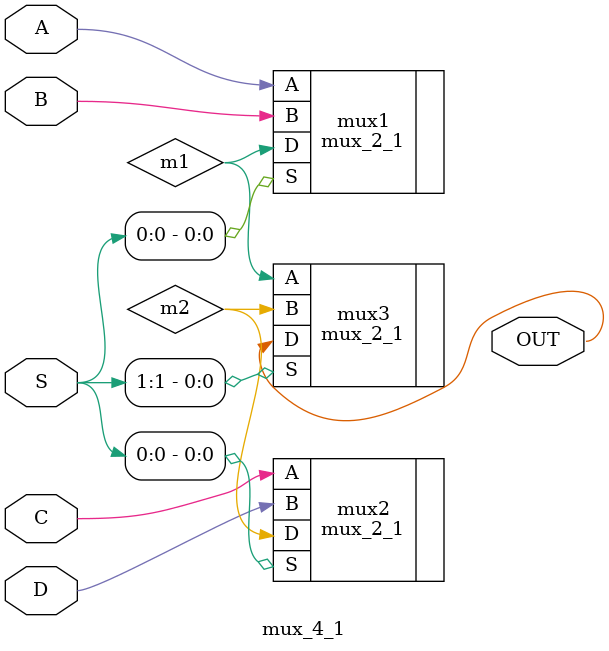
<source format=v>
`timescale 1ns / 1ps


module mux_4_1(
    input A,
    input B,
    input C,
    input D,
    input [1:0] S,
    output OUT
    );
    
wire m1, m2;
mux_2_1 mux1(
    .A(A),
    .B(B),
    .S(S[0]),
    .D(m1)
);

mux_2_1 mux2(
    .A(C),
    .B(D),
    .S(S[0]),
    .D(m2)
);

mux_2_1 mux3(
    .A(m1),
    .B(m2),
    .S(S[1]),
    .D(OUT)
);
endmodule

</source>
